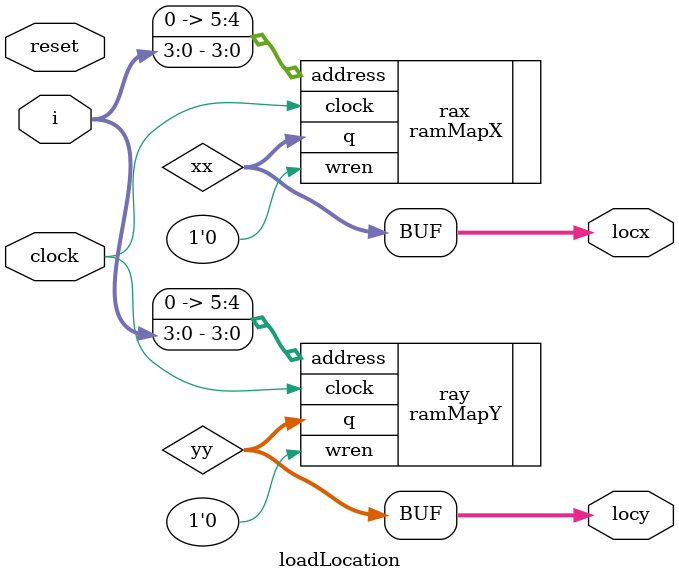
<source format=v>

  
module loadImage(

	input clock, reset, 
	input [2:0] id,
	input [1:0] id2,
	input [3:0] i,
	input [5:0] j,
	output [2:0] colour
);	
	wire [2:0] qa;
	wire [2:0] qs;
	wire [2:0] qd;
	wire [2:0] qf;
	reg [2:0] q; 
	
	wire [5:0] tempj;
	assign tempj[5:0] = j[5:0] + (id * 5'd16);

	loadA a(.address({tempj,i}), .clock(clock),.wren(1'b0), .q(qa));
	loadS s(.address({tempj,i}), .clock(clock),.wren(1'b0), .q(qs));
	loadD d(.address({tempj,i}), .clock(clock),.wren(1'b0), .q(qd));
	loadF f(.address({tempj,i}), .clock(clock),.wren(1'b0), .q(qf));
	always @(*)
	begin
		if(id2 == 2'd1)
			q = qs;
		else if(id2 == 2'd2)
			q = qd;
		else if(id2 == 2'd3)
			q = qf;
		else
			q = qa;
		
	end
	assign colour = q;
	

endmodule

module loadBG(
	input clk, reset, 
	input [5:0] bgi, 
	input [5:0] bgj,
	output [14:0] bgcolour);
	wire [14:0] q;
	BGRam bgram(.address({bgj[5:0],bgi[5:0]}), .clock(clk), .wren(1'b0), .q(q));
	assign bgcolour = q;
endmodule

module RateDivider(clock, reset, d, q); 
	input clock;
	input reset;
	
	input [25:0] d;
	output reg [25:0] q;
	
	always @(posedge clock)
	begin
		if(!reset)
			q <= 0;
		else if(q == 0)
			q <= d;
		else 
			q <= q - 1'b1;
	end
endmodule
module genloc(
	input clock,
	input reset,
	input ld_coord,
	output reg [7:0] locx,
	output reg [7:0] locy,
	output reg [1:0] id2

);
	reg [4:0] i;
	wire[7:0] outx;
	wire[7:0] outy;
	wire[1:0] outid;
	reg bool;
	
	loadLocation la (clock,reset,i[4:0], outx, outy);
	keyRam kr (.address({1'b0,i[4:0]}), .clock(clock),.wren(1'b0), .q(outid)); 
	always @(posedge clock)
	begin: iter
	   locx <= outx;
		locy <= outy;
		id2 <= outid;
		if(!reset)
			begin
			i <= 5'b0;
			bool <= 1'b1;
			end
		else if(i >= 5'b01111)
			begin
				i <= 5'b0;
				bool <= 1'b0;
			end
		else if(ld_coord)
			begin
			if(bool == 1'b1)
				begin
					bool <= 1'b0;
					i <= i + 1'b1;
				end
			else
				begin
				bool <= 1'b0;
				i <= i + 1'b0;
				end
			end
		else
			begin
			bool <= 1'b1; 
			i <= i + 1'b0;
			end

		
	end
	
	
endmodule
module loadLocation(
	input clock, reset, 
	input [3:0] i,
	output [7:0] locx,
	output [7:0] locy
);
	wire [7:0] xx;
	wire [7:0] yy;
	ramMapX rax(.address({2'b0,i}), .clock(clock),.wren(1'b0), .q(xx));
	ramMapY ray(.address({2'b0,i}), .clock(clock),.wren(1'b0), .q(yy));
	assign locx = xx;
	assign locy = yy;
	

endmodule

</source>
